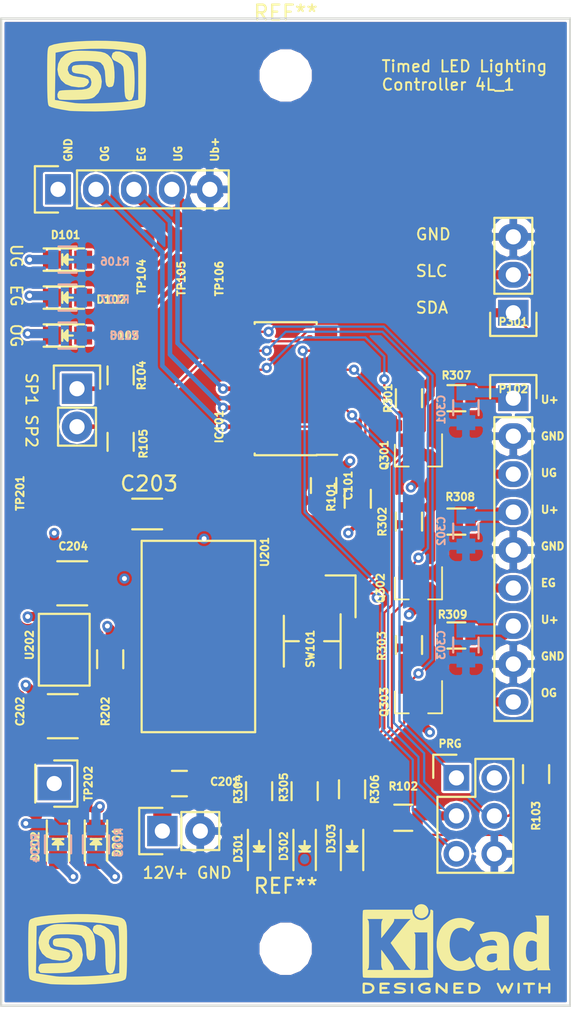
<source format=kicad_pcb>
(kicad_pcb (version 4) (host pcbnew 4.0.2-4+6225~38~ubuntu14.04.1-stable)
  (layers (0 F.Cu signal) (1 Ub+ power) (2 U+ power) (31 B.Cu signal) (34 B.Paste user) (35 F.Paste user) (36 B.SilkS user) (37 F.SilkS user) (38 B.Mask user) (39 F.Mask user) (44 Edge.Cuts user))
  (net 0 "")
  (net 1 GND)
  (net 2 "/Power System/U+In")
  (net 3 /PIR13/SIG_UG)
  (net 4 /PIR13/SIG_EG)
  (net 5 /PIR13/SIG_OG)
  (net 6 /Spare2)
  (net 7 /MOSI)
  (net 8 /Reset)
  (net 9 /MISO)
  (net 10 /SCK)
  (net 11 /Spare1)
  (net 12 /SDA)
  (net 13 /SCL)
  (net 14 /PIR13/PIR_UG)
  (net 15 /PIR13/PIR_EG)
  (net 16 /PIR13/PIR_OG)
  (net 17 "Net-(R202-Pad1)")
  (net 18 /RelayOG)
  (net 19 /RelayEG)
  (net 20 /RelayUG)
  (net 21 /PIR13/U+)
  (net 22 /PIR13/Ub+)
  (net 23 "Net-(SW101-Pad2)")
  (net 24 "Net-(SW101-Pad4)")
  (net 25 "Net-(U202-Pad4)")
  (net 26 "Net-(D101-Pad1)")
  (net 27 "Net-(D102-Pad1)")
  (net 28 "Net-(D103-Pad1)")
  (net 29 "Net-(D301-Pad2)")
  (net 30 "Net-(D302-Pad2)")
  (net 31 "Net-(D303-Pad2)")
  (net 32 "Net-(D201-Pad2)")
  (net 33 "Net-(D202-Pad2)")
  (module Measurement_Points:Measurement_Point_Round-SMD-Pad_Small (layer F.Cu) (at 161.925 32.639 270)
    (fp_text reference TP106 (at 2.54 0 270) (layer F.SilkS) (effects (font (size 0.508 0.508) (thickness 0.127))))
    (fp_text value TP_RLY_OG)
    (pad 1 smd circle (at 0 0 270) (size 1.5 1.5) (layers F.Cu F.Mask) (net 18 /RelayOG))
  )
  (module Housings_SOIC:SOIC-14_3.9x8.7mm_Pitch1.27mm (layer F.Cu) (at 166.37 42.545 180)
    (fp_text reference IC101 (at 4.445 -2.54 270) (layer F.SilkS) (effects (font (size 0.508 0.508) (thickness 0.127))))
    (fp_text value ATTINY20-X)
    (pad 1 smd rect (at -2.7 -3.81 180) (size 1.5 0.6) (layers F.Cu F.Paste F.Mask) (net 22 /PIR13/Ub+))
    (pad 2 smd rect (at -2.7 -2.54 180) (size 1.5 0.6) (layers F.Cu F.Paste F.Mask) (net 6 /Spare2))
    (pad 3 smd rect (at -2.7 -1.27 180) (size 1.5 0.6) (layers F.Cu F.Paste F.Mask) (net 7 /MOSI))
    (pad 4 smd rect (at -2.7 0 180) (size 1.5 0.6) (layers F.Cu F.Paste F.Mask) (net 8 /Reset))
    (pad 5 smd rect (at -2.7 1.27 180) (size 1.5 0.6) (layers F.Cu F.Paste F.Mask) (net 9 /MISO))
    (pad 6 smd rect (at -2.7 2.54 180) (size 1.5 0.6) (layers F.Cu F.Paste F.Mask) (net 10 /SCK))
    (pad 7 smd rect (at -2.7 3.81 180) (size 1.5 0.6) (layers F.Cu F.Paste F.Mask) (net 11 /Spare1))
    (pad 8 smd rect (at 2.7 3.81 180) (size 1.5 0.6) (layers F.Cu F.Paste F.Mask) (net 5 /PIR13/SIG_OG))
    (pad 9 smd rect (at 2.7 2.54 180) (size 1.5 0.6) (layers F.Cu F.Paste F.Mask) (net 4 /PIR13/SIG_EG))
    (pad 10 smd rect (at 2.7 1.27 180) (size 1.5 0.6) (layers F.Cu F.Paste F.Mask) (net 3 /PIR13/SIG_UG))
    (pad 11 smd rect (at 2.7 0 180) (size 1.5 0.6) (layers F.Cu F.Paste F.Mask) (net 18 /RelayOG))
    (pad 12 smd rect (at 2.7 -1.27 180) (size 1.5 0.6) (layers F.Cu F.Paste F.Mask) (net 19 /RelayEG))
    (pad 13 smd rect (at 2.7 -2.54 180) (size 1.5 0.6) (layers F.Cu F.Paste F.Mask) (net 20 /RelayUG))
    (pad 14 smd rect (at 2.7 -3.81 180) (size 1.5 0.6) (layers F.Cu F.Paste F.Mask) (net 1 GND))
  )
  (module Resistors_SMD:R_0805 (layer B.Cu) (at 151.765 33.909)
    (fp_text reference R106 (at 3.175 0.127) (layer B.SilkS) (effects (font (size 0.508 0.508) (thickness 0.127)) (justify mirror)))
    (fp_text value 660Ω)
    (pad 1 smd rect (at -0.95 0) (size 0.7 1.3) (layers B.Cu B.Paste B.Mask) (net 26 "Net-(D101-Pad1)"))
    (pad 2 smd rect (at 0.95 0) (size 0.7 1.3) (layers B.Cu B.Paste B.Mask) (net 1 GND))
  )
  (module LEDs:LED_0805 (layer F.Cu) (at 151.765 33.909)
    (fp_text reference D101 (at -0.127 -1.651) (layer F.SilkS) (effects (font (size 0.508 0.508) (thickness 0.127))))
    (fp_text value LED_UG)
    (pad 2 smd rect (at 1.04902 0 180) (size 1.19888 1.19888) (layers F.Cu F.Paste F.Mask) (net 20 /RelayUG))
    (pad 1 smd rect (at -1.04902 0 180) (size 1.19888 1.19888) (layers F.Cu F.Paste F.Mask) (net 26 "Net-(D101-Pad1)"))
  )
  (module Capacitors_SMD:C_0805 (layer F.Cu) (at 168.91 49.022 270)
    (fp_text reference C101 (at 0 -1.651 270) (layer F.SilkS) (effects (font (size 0.508 0.508) (thickness 0.127))))
    (fp_text value "100n 10V")
    (pad 1 smd rect (at -1 0 270) (size 1 1.25) (layers F.Cu F.Paste F.Mask) (net 22 /PIR13/Ub+))
    (pad 2 smd rect (at 1 0 270) (size 1 1.25) (layers F.Cu F.Paste F.Mask) (net 1 GND))
  )
  (module Capacitors_SMD:C_0805 (layer F.Cu) (at 159.258 68.961)
    (fp_text reference C201 (at 3.048 -0.127) (layer F.SilkS) (effects (font (size 0.508 0.508) (thickness 0.127))))
    (fp_text value "0.1μF 50V")
    (pad 1 smd rect (at -1 0) (size 1 1.25) (layers F.Cu F.Paste F.Mask) (net 2 "/Power System/U+In"))
    (pad 2 smd rect (at 1 0) (size 1 1.25) (layers F.Cu F.Paste F.Mask) (net 1 GND))
  )
  (module Capacitors_SMD:C_1210 (layer F.Cu) (at 151.4475 64.4525)
    (fp_text reference C202 (at -2.8575 -0.3175 90) (layer F.SilkS) (effects (font (size 0.508 0.508) (thickness 0.127))))
    (fp_text value "1μF 25V")
    (pad 1 smd rect (at -1.5 0) (size 1 2.5) (layers F.Cu F.Paste F.Mask) (net 21 /PIR13/U+))
    (pad 2 smd rect (at 1.5 0) (size 1 2.5) (layers F.Cu F.Paste F.Mask) (net 1 GND))
  )
  (module Capacitors_SMD:C_1210 (layer F.Cu) (at 152.0825 55.5625)
    (fp_text reference C204 (at 0.0635 -2.4765) (layer F.SilkS) (effects (font (size 0.508 0.508) (thickness 0.127))))
    (fp_text value "1μF 16V")
    (pad 1 smd rect (at -1.5 0) (size 1 2.5) (layers F.Cu F.Paste F.Mask) (net 22 /PIR13/Ub+))
    (pad 2 smd rect (at 1.5 0) (size 1 2.5) (layers F.Cu F.Paste F.Mask) (net 1 GND))
  )
  (module Capacitors_SMD:C_0805 (layer B.Cu) (at 178.435 43.815 90)
    (fp_text reference C301 (at -0.127 -1.651 90) (layer B.SilkS) (effects (font (size 0.508 0.508) (thickness 0.127)) (justify mirror)))
    (fp_text value "100nF 50V")
    (pad 1 smd rect (at -1 0 90) (size 1 1.25) (layers B.Cu B.Paste B.Mask) (net 1 GND))
    (pad 2 smd rect (at 1 0 90) (size 1 1.25) (layers B.Cu B.Paste B.Mask) (net 21 /PIR13/U+))
  )
  (module Capacitors_SMD:C_0805 (layer B.Cu) (at 178.435 52.07 90)
    (fp_text reference C302 (at 0 -1.651 90) (layer B.SilkS) (effects (font (size 0.508 0.508) (thickness 0.127)) (justify mirror)))
    (fp_text value "100nF 50V")
    (pad 1 smd rect (at -1 0 90) (size 1 1.25) (layers B.Cu B.Paste B.Mask) (net 1 GND))
    (pad 2 smd rect (at 1 0 90) (size 1 1.25) (layers B.Cu B.Paste B.Mask) (net 21 /PIR13/U+))
  )
  (module Capacitors_SMD:C_0805 (layer B.Cu) (at 178.435 59.69 90)
    (fp_text reference C303 (at 0 -1.651 90) (layer B.SilkS) (effects (font (size 0.508 0.508) (thickness 0.127)) (justify mirror)))
    (fp_text value "100nF 50V")
    (pad 1 smd rect (at -1 0 90) (size 1 1.25) (layers B.Cu B.Paste B.Mask) (net 1 GND))
    (pad 2 smd rect (at 1 0 90) (size 1 1.25) (layers B.Cu B.Paste B.Mask) (net 21 /PIR13/U+))
  )
  (module LEDs:LED_0805 (layer F.Cu) (at 153.67 73.025 270)
    (fp_text reference D201 (at -0.127 -1.397 270) (layer F.SilkS) (effects (font (size 0.508 0.508) (thickness 0.127))))
    (fp_text value 12VDC)
    (pad 2 smd rect (at 1.04902 0 90) (size 1.19888 1.19888) (layers F.Cu F.Paste F.Mask) (net 32 "Net-(D201-Pad2)"))
    (pad 1 smd rect (at -1.04902 0 90) (size 1.19888 1.19888) (layers F.Cu F.Paste F.Mask) (net 1 GND))
  )
  (module LEDs:LED_0805 (layer F.Cu) (at 151.13 73.025 270)
    (fp_text reference D202 (at 0.127 1.524 270) (layer F.SilkS) (effects (font (size 0.508 0.508) (thickness 0.127))))
    (fp_text value 3V3DC)
    (pad 2 smd rect (at 1.04902 0 90) (size 1.19888 1.19888) (layers F.Cu F.Paste F.Mask) (net 33 "Net-(D202-Pad2)"))
    (pad 1 smd rect (at -1.04902 0 90) (size 1.19888 1.19888) (layers F.Cu F.Paste F.Mask) (net 1 GND))
  )
  (module LEDs:LED_0805 (layer F.Cu) (at 164.592 73.152 90)
    (fp_text reference D301 (at -0.127 -1.397 90) (layer F.SilkS) (effects (font (size 0.508 0.508) (thickness 0.127))))
    (fp_text value LED__SIG_UG)
    (pad 2 smd rect (at 1.04902 0 270) (size 1.19888 1.19888) (layers F.Cu F.Paste F.Mask) (net 29 "Net-(D301-Pad2)"))
    (pad 1 smd rect (at -1.04902 0 270) (size 1.19888 1.19888) (layers F.Cu F.Paste F.Mask) (net 1 GND))
  )
  (module LEDs:LED_0805 (layer F.Cu) (at 167.64 73.152 90)
    (fp_text reference D302 (at 0 -1.397 90) (layer F.SilkS) (effects (font (size 0.508 0.508) (thickness 0.127))))
    (fp_text value LED__SIG_EG)
    (pad 2 smd rect (at 1.04902 0 270) (size 1.19888 1.19888) (layers F.Cu F.Paste F.Mask) (net 30 "Net-(D302-Pad2)"))
    (pad 1 smd rect (at -1.04902 0 270) (size 1.19888 1.19888) (layers F.Cu F.Paste F.Mask) (net 1 GND))
  )
  (module LEDs:LED_0805 (layer F.Cu) (at 170.815 73.152 90)
    (fp_text reference D303 (at 0.508 -1.397 90) (layer F.SilkS) (effects (font (size 0.508 0.508) (thickness 0.127))))
    (fp_text value LED__SIG_OG)
    (pad 2 smd rect (at 1.04902 0 270) (size 1.19888 1.19888) (layers F.Cu F.Paste F.Mask) (net 31 "Net-(D303-Pad2)"))
    (pad 1 smd rect (at -1.04902 0 270) (size 1.19888 1.19888) (layers F.Cu F.Paste F.Mask) (net 1 GND))
  )
  (module Pin_Headers:Pin_Header_Straight_1x02 (layer F.Cu) (at 158.115 72.136 90)
    (fp_text reference P101 hide)
    (fp_text value 12VDC)
    (pad 1 thru_hole rect (at 0 0 90) (size 2.032 2.032) (drill 1.016) (layers *.Cu *.Mask) (net 2 "/Power System/U+In"))
    (pad 2 thru_hole oval (at 0 2.54 90) (size 2.032 2.032) (drill 1.016) (layers *.Cu *.Mask) (net 1 GND))
  )
  (module Pin_Headers:Pin_Header_Straight_1x03 (layer F.Cu) (at 181.61 37.465 180)
    (fp_text reference P102 (at 0 -5.1 180) (layer F.SilkS) (effects (font (size 0.508 0.508) (thickness 0.127))))
    (fp_text value "I2C Master")
    (pad 1 thru_hole rect (at 0 0 180) (size 2.032 1.7272) (drill 1.016) (layers *.Cu *.Mask) (net 12 /SDA))
    (pad 2 thru_hole oval (at 0 2.54 180) (size 2.032 1.7272) (drill 1.016) (layers *.Cu *.Mask) (net 13 /SCL))
    (pad 3 thru_hole oval (at 0 5.08 180) (size 2.032 1.7272) (drill 1.016) (layers *.Cu *.Mask) (net 1 GND))
  )
  (module Pin_Headers:Pin_Header_Straight_1x02 (layer F.Cu) (at 152.4 42.545)
    (fp_text reference P103 hide)
    (fp_text value Spare)
    (pad 1 thru_hole rect (at 0 0) (size 2.032 2.032) (drill 1.016) (layers *.Cu *.Mask) (net 11 /Spare1))
    (pad 2 thru_hole oval (at 0 2.54) (size 2.032 2.032) (drill 1.016) (layers *.Cu *.Mask) (net 6 /Spare2))
  )
  (module Pin_Headers:Pin_Header_Straight_2x03 (layer F.Cu) (at 177.8 68.58)
    (fp_text reference P104 hide)
    (fp_text value "ISP Header")
    (pad 1 thru_hole rect (at 0 0) (size 1.7272 1.7272) (drill 1.016) (layers *.Cu *.Mask) (net 9 /MISO))
    (pad 2 thru_hole oval (at 2.54 0) (size 1.7272 1.7272) (drill 1.016) (layers *.Cu *.Mask) (net 22 /PIR13/Ub+))
    (pad 3 thru_hole oval (at 0 2.54) (size 1.7272 1.7272) (drill 1.016) (layers *.Cu *.Mask) (net 10 /SCK))
    (pad 4 thru_hole oval (at 2.54 2.54) (size 1.7272 1.7272) (drill 1.016) (layers *.Cu *.Mask) (net 7 /MOSI))
    (pad 5 thru_hole oval (at 0 5.08) (size 1.7272 1.7272) (drill 1.016) (layers *.Cu *.Mask) (net 8 /Reset))
    (pad 6 thru_hole oval (at 2.54 5.08) (size 1.7272 1.7272) (drill 1.016) (layers *.Cu *.Mask) (net 1 GND))
  )
  (module Pin_Headers:Pin_Header_Straight_1x05 (layer F.Cu) (at 151.13 29.21 90)
    (fp_text reference P105 hide)
    (fp_text value LED_DRIVER)
    (pad 1 thru_hole rect (at 0 0 90) (size 2.032 1.7272) (drill 1.016) (layers *.Cu *.Mask) (net 22 /PIR13/Ub+))
    (pad 2 thru_hole oval (at 0 2.54 90) (size 2.032 1.7272) (drill 1.016) (layers *.Cu *.Mask) (net 20 /RelayUG))
    (pad 3 thru_hole oval (at 0 5.08 90) (size 2.032 1.7272) (drill 1.016) (layers *.Cu *.Mask) (net 19 /RelayEG))
    (pad 4 thru_hole oval (at 0 7.62 90) (size 2.032 1.7272) (drill 1.016) (layers *.Cu *.Mask) (net 18 /RelayOG))
    (pad 5 thru_hole oval (at 0 10.16 90) (size 2.032 1.7272) (drill 1.016) (layers *.Cu *.Mask) (net 1 GND))
  )
  (module Pin_Headers:Pin_Header_Straight_1x09 (layer F.Cu) (at 181.61 43.18)
    (fp_text reference P301 (at 0 -5.1) (layer F.SilkS) (effects (font (size 0.508 0.508) (thickness 0.127))))
    (fp_text value PIR13)
    (pad 1 thru_hole rect (at 0 0) (size 2.032 1.7272) (drill 1.016) (layers *.Cu *.Mask) (net 21 /PIR13/U+))
    (pad 2 thru_hole oval (at 0 2.54) (size 2.032 1.7272) (drill 1.016) (layers *.Cu *.Mask) (net 1 GND))
    (pad 3 thru_hole oval (at 0 5.08) (size 2.032 1.7272) (drill 1.016) (layers *.Cu *.Mask) (net 14 /PIR13/PIR_UG))
    (pad 4 thru_hole oval (at 0 7.62) (size 2.032 1.7272) (drill 1.016) (layers *.Cu *.Mask) (net 21 /PIR13/U+))
    (pad 5 thru_hole oval (at 0 10.16) (size 2.032 1.7272) (drill 1.016) (layers *.Cu *.Mask) (net 1 GND))
    (pad 6 thru_hole oval (at 0 12.7) (size 2.032 1.7272) (drill 1.016) (layers *.Cu *.Mask) (net 15 /PIR13/PIR_EG))
    (pad 7 thru_hole oval (at 0 15.24) (size 2.032 1.7272) (drill 1.016) (layers *.Cu *.Mask) (net 21 /PIR13/U+))
    (pad 8 thru_hole oval (at 0 17.78) (size 2.032 1.7272) (drill 1.016) (layers *.Cu *.Mask) (net 1 GND))
    (pad 9 thru_hole oval (at 0 20.32) (size 2.032 1.7272) (drill 1.016) (layers *.Cu *.Mask) (net 16 /PIR13/PIR_OG))
  )
  (module TO_SOT_Packages_SMD:SOT-23 (layer F.Cu) (at 175.26 46.99 270)
    (fp_text reference Q301 (at 0 2.286 270) (layer F.SilkS) (effects (font (size 0.508 0.508) (thickness 0.127))))
    (fp_text value IRLML2502)
    (pad 1 smd rect (at -1 -0.95 270) (size 0.9 0.8) (layers F.Cu F.Paste F.Mask) (net 14 /PIR13/PIR_UG))
    (pad 2 smd rect (at -1 0.95 270) (size 0.9 0.8) (layers F.Cu F.Paste F.Mask) (net 3 /PIR13/SIG_UG))
    (pad 3 smd rect (at 1 0 270) (size 0.9 0.8) (layers F.Cu F.Paste F.Mask) (net 22 /PIR13/Ub+))
  )
  (module TO_SOT_Packages_SMD:SOT-23 (layer F.Cu) (at 175.26 55.88 270)
    (fp_text reference Q302 (at 0 2.54 270) (layer F.SilkS) (effects (font (size 0.508 0.508) (thickness 0.127))))
    (fp_text value IRLML2502)
    (pad 1 smd rect (at -1 -0.95 270) (size 0.9 0.8) (layers F.Cu F.Paste F.Mask) (net 15 /PIR13/PIR_EG))
    (pad 2 smd rect (at -1 0.95 270) (size 0.9 0.8) (layers F.Cu F.Paste F.Mask) (net 4 /PIR13/SIG_EG))
    (pad 3 smd rect (at 1 0 270) (size 0.9 0.8) (layers F.Cu F.Paste F.Mask) (net 22 /PIR13/Ub+))
  )
  (module TO_SOT_Packages_SMD:SOT-23 (layer F.Cu) (at 175.26 63.5 270)
    (fp_text reference Q303 (at 0 2.286 270) (layer F.SilkS) (effects (font (size 0.508 0.508) (thickness 0.127))))
    (fp_text value IRLML2502)
    (pad 1 smd rect (at -1 -0.95 270) (size 0.9 0.8) (layers F.Cu F.Paste F.Mask) (net 16 /PIR13/PIR_OG))
    (pad 2 smd rect (at -1 0.95 270) (size 0.9 0.8) (layers F.Cu F.Paste F.Mask) (net 5 /PIR13/SIG_OG))
    (pad 3 smd rect (at 1 0 270) (size 0.9 0.8) (layers F.Cu F.Paste F.Mask) (net 22 /PIR13/Ub+))
  )
  (module Resistors_SMD:R_0805 (layer F.Cu) (at 171.196 49.911 270)
    (fp_text reference R101 (at -0.127 1.778 270) (layer F.SilkS) (effects (font (size 0.508 0.508) (thickness 0.127))))
    (fp_text value 10kΩ)
    (pad 1 smd rect (at -0.95 0 270) (size 0.7 1.3) (layers F.Cu F.Paste F.Mask) (net 8 /Reset))
    (pad 2 smd rect (at 0.95 0 270) (size 0.7 1.3) (layers F.Cu F.Paste F.Mask) (net 22 /PIR13/Ub+))
  )
  (module Resistors_SMD:R_0805 (layer F.Cu) (at 174.244 71.247)
    (fp_text reference R102 (at 0 -2.1) (layer F.SilkS) (effects (font (size 0.508 0.508) (thickness 0.127))))
    (fp_text value 330Ω)
    (pad 1 smd rect (at -0.95 0) (size 0.7 1.3) (layers F.Cu F.Paste F.Mask) (net 13 /SCL))
    (pad 2 smd rect (at 0.95 0) (size 0.7 1.3) (layers F.Cu F.Paste F.Mask) (net 10 /SCK))
  )
  (module Resistors_SMD:R_0805 (layer F.Cu) (at 183.134 68.326 270)
    (fp_text reference R103 (at 2.794 0 270) (layer F.SilkS) (effects (font (size 0.508 0.508) (thickness 0.127))))
    (fp_text value 330Ω)
    (pad 1 smd rect (at -0.95 0 270) (size 0.7 1.3) (layers F.Cu F.Paste F.Mask) (net 12 /SDA))
    (pad 2 smd rect (at 0.95 0 270) (size 0.7 1.3) (layers F.Cu F.Paste F.Mask) (net 7 /MOSI))
  )
  (module Resistors_SMD:R_0805 (layer F.Cu) (at 155.321 41.656 270)
    (fp_text reference R104 (at 0 -1.397 270) (layer F.SilkS) (effects (font (size 0.508 0.508) (thickness 0.127))))
    (fp_text value NOPOP)
    (pad 1 smd rect (at -0.95 0 270) (size 0.7 1.3) (layers F.Cu F.Paste F.Mask) (net 1 GND))
    (pad 2 smd rect (at 0.95 0 270) (size 0.7 1.3) (layers F.Cu F.Paste F.Mask) (net 11 /Spare1))
  )
  (module Resistors_SMD:R_0805 (layer F.Cu) (at 155.321 46.101 90)
    (fp_text reference R105 (at -0.127 1.524 90) (layer F.SilkS) (effects (font (size 0.508 0.508) (thickness 0.127))))
    (fp_text value NOPOP)
    (pad 1 smd rect (at -0.95 0 90) (size 0.7 1.3) (layers F.Cu F.Paste F.Mask) (net 1 GND))
    (pad 2 smd rect (at 0.95 0 90) (size 0.7 1.3) (layers F.Cu F.Paste F.Mask) (net 6 /Spare2))
  )
  (module Resistors_SMD:R_0805 (layer F.Cu) (at 154.6225 60.6425 90)
    (fp_text reference R202 (at -3.4925 -0.3175 90) (layer F.SilkS) (effects (font (size 0.508 0.508) (thickness 0.127))))
    (fp_text value 0Ω)
    (pad 1 smd rect (at -0.95 0 90) (size 0.7 1.3) (layers F.Cu F.Paste F.Mask) (net 17 "Net-(R202-Pad1)"))
    (pad 2 smd rect (at 0.95 0 90) (size 0.7 1.3) (layers F.Cu F.Paste F.Mask) (net 21 /PIR13/U+))
  )
  (module Resistors_SMD:R_0805 (layer B.Cu) (at 153.67 73.025 270)
    (fp_text reference R203 (at -0.127 -1.524 270) (layer B.SilkS) (effects (font (size 0.508 0.508) (thickness 0.127)) (justify mirror)))
    (fp_text value 2k4Ω)
    (pad 1 smd rect (at -0.95 0 270) (size 0.7 1.3) (layers B.Cu B.Paste B.Mask) (net 21 /PIR13/U+))
    (pad 2 smd rect (at 0.95 0 270) (size 0.7 1.3) (layers B.Cu B.Paste B.Mask) (net 32 "Net-(D201-Pad2)"))
  )
  (module Resistors_SMD:R_0805 (layer B.Cu) (at 151.13 73.025 270)
    (fp_text reference R204 (at 0.254 1.524 270) (layer B.SilkS) (effects (font (size 0.508 0.508) (thickness 0.127)) (justify mirror)))
    (fp_text value 660Ω)
    (pad 1 smd rect (at -0.95 0 270) (size 0.7 1.3) (layers B.Cu B.Paste B.Mask) (net 22 /PIR13/Ub+))
    (pad 2 smd rect (at 0.95 0 270) (size 0.7 1.3) (layers B.Cu B.Paste B.Mask) (net 33 "Net-(D202-Pad2)"))
  )
  (module Resistors_SMD:R_0805 (layer F.Cu) (at 174.625 43.18 270)
    (fp_text reference R301 (at 0 1.397 270) (layer F.SilkS) (effects (font (size 0.508 0.508) (thickness 0.127))))
    (fp_text value 1kΩ)
    (pad 1 smd rect (at -0.95 0 270) (size 0.7 1.3) (layers F.Cu F.Paste F.Mask) (net 1 GND))
    (pad 2 smd rect (at 0.95 0 270) (size 0.7 1.3) (layers F.Cu F.Paste F.Mask) (net 3 /PIR13/SIG_UG))
  )
  (module Resistors_SMD:R_0805 (layer F.Cu) (at 174.625 51.435 270)
    (fp_text reference R302 (at 0.01016 1.78308 270) (layer F.SilkS) (effects (font (size 0.508 0.508) (thickness 0.127))))
    (fp_text value 1kΩ)
    (pad 1 smd rect (at -0.95 0 270) (size 0.7 1.3) (layers F.Cu F.Paste F.Mask) (net 1 GND))
    (pad 2 smd rect (at 0.95 0 270) (size 0.7 1.3) (layers F.Cu F.Paste F.Mask) (net 4 /PIR13/SIG_EG))
  )
  (module Resistors_SMD:R_0805 (layer F.Cu) (at 174.625 59.69 270)
    (fp_text reference R303 (at 0.06604 1.82372 270) (layer F.SilkS) (effects (font (size 0.508 0.508) (thickness 0.127))))
    (fp_text value 1kΩ)
    (pad 1 smd rect (at -0.95 0 270) (size 0.7 1.3) (layers F.Cu F.Paste F.Mask) (net 1 GND))
    (pad 2 smd rect (at 0.95 0 270) (size 0.7 1.3) (layers F.Cu F.Paste F.Mask) (net 5 /PIR13/SIG_OG))
  )
  (module Resistors_SMD:R_0805 (layer F.Cu) (at 164.592 69.469 90)
    (fp_text reference R304 (at 0.127 -1.397 90) (layer F.SilkS) (effects (font (size 0.508 0.508) (thickness 0.127))))
    (fp_text value 660Ω)
    (pad 1 smd rect (at -0.95 0 90) (size 0.7 1.3) (layers F.Cu F.Paste F.Mask) (net 29 "Net-(D301-Pad2)"))
    (pad 2 smd rect (at 0.95 0 90) (size 0.7 1.3) (layers F.Cu F.Paste F.Mask) (net 3 /PIR13/SIG_UG))
  )
  (module Resistors_SMD:R_0805 (layer F.Cu) (at 167.64 69.469 90)
    (fp_text reference R305 (at 0.254 -1.397 90) (layer F.SilkS) (effects (font (size 0.508 0.508) (thickness 0.127))))
    (fp_text value 660Ω)
    (pad 1 smd rect (at -0.95 0 90) (size 0.7 1.3) (layers F.Cu F.Paste F.Mask) (net 30 "Net-(D302-Pad2)"))
    (pad 2 smd rect (at 0.95 0 90) (size 0.7 1.3) (layers F.Cu F.Paste F.Mask) (net 4 /PIR13/SIG_EG))
  )
  (module Resistors_SMD:R_0805 (layer F.Cu) (at 170.815 69.342 90)
    (fp_text reference R306 (at 0 1.524 90) (layer F.SilkS) (effects (font (size 0.508 0.508) (thickness 0.127))))
    (fp_text value 660Ω)
    (pad 1 smd rect (at -0.95 0 90) (size 0.7 1.3) (layers F.Cu F.Paste F.Mask) (net 31 "Net-(D303-Pad2)"))
    (pad 2 smd rect (at 0.95 0 90) (size 0.7 1.3) (layers F.Cu F.Paste F.Mask) (net 5 /PIR13/SIG_OG))
  )
  (module Resistors_SMD:R_0805 (layer F.Cu) (at 177.8 43.18)
    (fp_text reference R307 (at 0 -1.524) (layer F.SilkS) (effects (font (size 0.508 0.508) (thickness 0.127))))
    (fp_text value 10kΩ)
    (pad 1 smd rect (at -0.95 0) (size 0.7 1.3) (layers F.Cu F.Paste F.Mask) (net 14 /PIR13/PIR_UG))
    (pad 2 smd rect (at 0.95 0) (size 0.7 1.3) (layers F.Cu F.Paste F.Mask) (net 21 /PIR13/U+))
  )
  (module Resistors_SMD:R_0805 (layer F.Cu) (at 177.8 51.435)
    (fp_text reference R308 (at 0.254 -1.651) (layer F.SilkS) (effects (font (size 0.508 0.508) (thickness 0.127))))
    (fp_text value 10kΩ)
    (pad 1 smd rect (at -0.95 0) (size 0.7 1.3) (layers F.Cu F.Paste F.Mask) (net 15 /PIR13/PIR_EG))
    (pad 2 smd rect (at 0.95 0) (size 0.7 1.3) (layers F.Cu F.Paste F.Mask) (net 21 /PIR13/U+))
  )
  (module Resistors_SMD:R_0805 (layer F.Cu) (at 177.8 59.055)
    (fp_text reference R309 (at -0.254 -1.397) (layer F.SilkS) (effects (font (size 0.508 0.508) (thickness 0.127))))
    (fp_text value 10kΩ)
    (pad 1 smd rect (at -0.95 0) (size 0.7 1.3) (layers F.Cu F.Paste F.Mask) (net 16 /PIR13/PIR_OG))
    (pad 2 smd rect (at 0.95 0) (size 0.7 1.3) (layers F.Cu F.Paste F.Mask) (net 21 /PIR13/U+))
  )
  (module tl2c-footprint:PTS525SM15SMTR2LFS (layer F.Cu) (at 168.148 59.436 270)
    (fp_text reference SW101 (at 0.508 0.127 270) (layer F.SilkS) (effects (font (size 0.508 0.508) (thickness 0.127))))
    (fp_text value TL3315NF160Q hide)
    (pad 1 smd rect (at -3.2 -1.9 270) (size 1.6 1) (layers F.Cu F.Paste F.Mask) (net 8 /Reset))
    (pad 2 smd rect (at 3.2 -1.9 270) (size 1.6 1) (layers F.Cu F.Paste F.Mask) (net 23 "Net-(SW101-Pad2)"))
    (pad 3 smd rect (at -3.2 1.9 270) (size 1.6 1) (layers F.Cu F.Paste F.Mask) (net 1 GND))
    (pad 4 smd rect (at 3.2 1.9 270) (size 1.6 1) (layers F.Cu F.Paste F.Mask) (net 24 "Net-(SW101-Pad4)"))
  )
  (module Measurement_Points:Measurement_Point_Round-SMD-Pad_Small (layer F.Cu) (at 178.435 32.385 180)
    (fp_text reference TP101 hide)
    (fp_text value TPGND)
    (pad 1 smd circle (at 0 0 180) (size 1.5 1.5) (layers F.Cu F.Mask) (net 1 GND))
  )
  (module Measurement_Points:Measurement_Point_Round-SMD-Pad_Small (layer F.Cu) (at 178.435 34.925 180)
    (fp_text reference TP102 hide)
    (fp_text value TPSCL)
    (pad 1 smd circle (at 0 0 180) (size 1.5 1.5) (layers F.Cu F.Mask) (net 13 /SCL))
  )
  (module Measurement_Points:Measurement_Point_Round-SMD-Pad_Small (layer F.Cu) (at 178.435 37.465 180)
    (fp_text reference TP103 hide)
    (fp_text value TPSDA)
    (pad 1 smd circle (at 0 0 180) (size 1.5 1.5) (layers F.Cu F.Mask) (net 12 /SDA))
  )
  (module Measurement_Points:Measurement_Point_Round-SMD-Pad_Small (layer F.Cu) (at 148.844 51.816 90)
    (fp_text reference TP201 (at 2.286 -0.254 90) (layer F.SilkS) (effects (font (size 0.508 0.508) (thickness 0.127))))
    (fp_text value TP3V3)
    (pad 1 smd circle (at 0 0 90) (size 1.5 1.5) (layers F.Cu F.Mask) (net 22 /PIR13/Ub+))
  )
  (module Measurement_Points:Measurement_Point_Round-SMD-Pad_Small (layer F.Cu) (at 178.435 48.26)
    (fp_text reference TP301 hide)
    (fp_text value TP_UG)
    (pad 1 smd circle (at 0 0) (size 1.5 1.5) (layers F.Cu F.Mask) (net 14 /PIR13/PIR_UG))
  )
  (module Measurement_Points:Measurement_Point_Round-SMD-Pad_Small (layer F.Cu) (at 178.435 55.88)
    (fp_text reference TP302 hide)
    (fp_text value TP_EG)
    (pad 1 smd circle (at 0 0) (size 1.5 1.5) (layers F.Cu F.Mask) (net 15 /PIR13/PIR_EG))
  )
  (module Measurement_Points:Measurement_Point_Round-SMD-Pad_Small (layer F.Cu) (at 178.435 63.5)
    (fp_text reference TP303 hide)
    (fp_text value TP_EG)
    (pad 1 smd circle (at 0 0) (size 1.5 1.5) (layers F.Cu F.Mask) (net 16 /PIR13/PIR_OG))
  )
  (module tl2c-footprint:LF120ABDT-TR (layer F.Cu) (at 160.528 61.722 90)
    (fp_text reference U201 (at 8.255 4.445 90) (layer F.SilkS) (effects (font (size 0.508 0.508) (thickness 0.127))))
    (fp_text value LF120ABDT-TR)
    (pad 1 smd rect (at 0 0 90) (size 6.7 6.7) (layers F.Cu F.Paste F.Mask) (net 2 "/Power System/U+In"))
    (pad 2 smd rect (at 6.65 -2.3 90) (size 3 1.6) (layers F.Cu F.Paste F.Mask) (net 21 /PIR13/U+))
    (pad 3 smd rect (at 6.65 2.3 90) (size 3 1.6) (layers F.Cu F.Paste F.Mask) (net 1 GND))
  )
  (module tl2c-footprint:TPS70933DBVR (layer F.Cu) (at 151.4475 60.0075)
    (fp_text reference U202 (at -2.2225 -0.3175 90) (layer F.SilkS) (effects (font (size 0.508 0.508) (thickness 0.127))))
    (fp_text value TPS70933)
    (pad 5 smd rect (at -0.95 -1.35) (size 0.74 1.19) (layers F.Cu F.Paste F.Mask) (net 22 /PIR13/Ub+))
    (pad 4 smd rect (at 0.95 -1.35) (size 0.74 1.19) (layers F.Cu F.Paste F.Mask) (net 25 "Net-(U202-Pad4)"))
    (pad 2 smd rect (at 0 1.35) (size 0.74 1.19) (layers F.Cu F.Paste F.Mask) (net 1 GND))
    (pad 1 smd rect (at -0.95 1.35) (size 0.74 1.19) (layers F.Cu F.Paste F.Mask) (net 21 /PIR13/U+))
    (pad 3 smd rect (at 0.95 1.35) (size 0.74 1.19) (layers F.Cu F.Paste F.Mask) (net 17 "Net-(R202-Pad1)"))
  )
  (module LEDs:LED_0805 (layer F.Cu) (at 151.765 36.449)
    (fp_text reference D102 (at 2.921 0.127) (layer F.SilkS) (effects (font (size 0.508 0.508) (thickness 0.127))))
    (fp_text value LED_EG)
    (pad 2 smd rect (at 1.04902 0 180) (size 1.19888 1.19888) (layers F.Cu F.Paste F.Mask) (net 19 /RelayEG))
    (pad 1 smd rect (at -1.04902 0 180) (size 1.19888 1.19888) (layers F.Cu F.Paste F.Mask) (net 27 "Net-(D102-Pad1)"))
  )
  (module LEDs:LED_0805 (layer F.Cu) (at 151.765 38.989)
    (fp_text reference D103 (at 3.81 0) (layer F.SilkS) (effects (font (size 0.508 0.508) (thickness 0.127))))
    (fp_text value LED_OG)
    (pad 2 smd rect (at 1.04902 0 180) (size 1.19888 1.19888) (layers F.Cu F.Paste F.Mask) (net 18 /RelayOG))
    (pad 1 smd rect (at -1.04902 0 180) (size 1.19888 1.19888) (layers F.Cu F.Paste F.Mask) (net 28 "Net-(D103-Pad1)"))
  )
  (module Resistors_SMD:R_0805 (layer B.Cu) (at 151.765 36.449)
    (fp_text reference R107 (at 3.175 0.127) (layer B.SilkS) (effects (font (size 0.508 0.508) (thickness 0.127)) (justify mirror)))
    (fp_text value 660Ω)
    (pad 1 smd rect (at -0.95 0) (size 0.7 1.3) (layers B.Cu B.Paste B.Mask) (net 27 "Net-(D102-Pad1)"))
    (pad 2 smd rect (at 0.95 0) (size 0.7 1.3) (layers B.Cu B.Paste B.Mask) (net 1 GND))
  )
  (module Resistors_SMD:R_0805 (layer B.Cu) (at 151.765 38.989)
    (fp_text reference R108 (at 3.81 0) (layer B.SilkS) (effects (font (size 0.508 0.508) (thickness 0.127)) (justify mirror)))
    (fp_text value 660Ω)
    (pad 1 smd rect (at -0.95 0) (size 0.7 1.3) (layers B.Cu B.Paste B.Mask) (net 28 "Net-(D103-Pad1)"))
    (pad 2 smd rect (at 0.95 0) (size 0.7 1.3) (layers B.Cu B.Paste B.Mask) (net 1 GND))
  )
  (module Pin_Headers:Pin_Header_Straight_1x01 (layer F.Cu) (at 150.876 68.961 270)
    (fp_text reference TP202 (at 0 -2.286 270) (layer F.SilkS) (effects (font (size 0.508 0.508) (thickness 0.127))))
    (fp_text value TP12V)
    (pad 1 thru_hole rect (at 0 0 270) (size 2.2352 2.2352) (drill 1.016) (layers *.Cu *.Mask) (net 21 /PIR13/U+))
  )
  (module Measurement_Points:Measurement_Point_Round-SMD-Pad_Small (layer F.Cu) (at 156.845 32.639 270)
    (fp_text reference TP104 (at 2.413 0.127 270) (layer F.SilkS) (effects (font (size 0.508 0.508) (thickness 0.127))))
    (fp_text value TP_RLY_UG)
    (pad 1 smd circle (at 0 0 270) (size 1.5 1.5) (layers F.Cu F.Mask) (net 20 /RelayUG))
  )
  (module Measurement_Points:Measurement_Point_Round-SMD-Pad_Small (layer F.Cu) (at 159.385 32.639 270)
    (fp_text reference TP105 (at 2.54 0 270) (layer F.SilkS) (effects (font (size 0.508 0.508) (thickness 0.127))))
    (fp_text value TP_RLY_EG)
    (pad 1 smd circle (at 0 0 270) (size 1.5 1.5) (layers F.Cu F.Mask) (net 19 /RelayEG))
  )
  (module tl2c-footprint:MyBasic_rounded_50_1 (layer F.Cu) (at 153.67 21.59)
    (fp_text reference G*** hide)
    (fp_text value LOGO hide)
  )
  (module Capacitors_SMD:C_1206 (layer F.Cu) (at 157.099 50.927 180)
    (fp_text reference C203 (at -0.127 2.032 180) (layer F.SilkS))
    (fp_text value "2.2μF 50V")
    (pad 1 smd rect (at -1.5 0 180) (size 1 1.6) (layers F.Cu F.Paste F.Mask) (net 21 /PIR13/U+))
    (pad 2 smd rect (at 1.5 0 180) (size 1 1.6) (layers F.Cu F.Paste F.Mask) (net 1 GND))
  )
  (module Mounting_Holes:MountingHole_3.2mm_M3 (layer F.Cu) (at 166.37 21.59)
    (fp_text reference REF** (at 0 -4.2) (layer F.SilkS))
    (fp_text value MountingHole_3.2mm_M3)
    (pad 1 np_thru_hole circle (at 0 0) (size 3.2 3.2) (drill 3.2) (layers *.Cu *.Mask))
  )
  (module Mounting_Holes:MountingHole_3.2mm_M3 (layer F.Cu) (at 166.37 80.01)
    (fp_text reference REF** (at 0 -4.2) (layer F.SilkS))
    (fp_text value MountingHole_3.2mm_M3)
    (pad 1 np_thru_hole circle (at 0 0) (size 3.2 3.2) (drill 3.2) (layers *.Cu *.Mask))
  )
  (module Symbols:KiCad-Logo2_6mm_SilkScreen (layer F.Cu) (at 177.8 80.01)
    (fp_text reference REF*** hide)
    (fp_text value KiCad-Logo2_6mm_SilkScreen hide)
  )
  (module tl2c-footprint:MyBasic_rounded_50_1 (layer F.Cu) (at 152.4 80.01)
    (fp_text reference G*** hide)
    (fp_text value LOGO hide)
  )
  (gr_text "Timed LED Lighting \nController 4L_1" (at 172.72 21.59) (layer F.SilkS) (effects (font (size 0.762 0.762) (thickness 0.127)) (justify left)))
  (gr_text PRG (at 176.53 66.294) (layer F.SilkS) (effects (font (size 0.508 0.508) (thickness 0.127)) (justify left)))
  (gr_text "UG  EG  OG" (at 148.336 36.322 270) (layer F.SilkS) (effects (font (size 0.762 0.762) (thickness 0.127))))
  (gr_text "GND \n\n\nOG  \n\n\nEG  \n\n\nUG  \n\n\nUb+" (at 156.718 27.432 90) (layer F.SilkS) (effects (font (size 0.508 0.508) (thickness 0.127)) (justify left)))
  (gr_text "12V+ GND" (at 156.718 74.93) (layer F.SilkS) (effects (font (size 0.762 0.762) (thickness 0.127)) (justify left)))
  (gr_text "SP1 SP2" (at 149.352 41.402 270) (layer F.SilkS) (effects (font (size 0.762 0.762) (thickness 0.127)) (justify left)))
  (gr_text "U+\n\n\nGND\n\n\nUG\n\n\nU+\n\n\nGND\n\n\nEG\n\n\nU+\n\n\nGND\n\n\nOG\n" (at 183.388 53.086) (layer F.SilkS) (effects (font (size 0.508 0.508) (thickness 0.127)) (justify left)))
  (gr_text "GND\n\nSLC\n\nSDA" (at 175.006 34.671) (layer F.SilkS) (effects (font (size 0.762 0.762) (thickness 0.127)) (justify left)))
  (gr_line (start 147.32 17.78) (end 147.32 83.82) (angle 90) (layer Edge.Cuts) (width 0.15))
  (gr_line (start 185.42 83.82) (end 147.32 83.82) (angle 90) (layer Edge.Cuts) (width 0.15))
  (gr_line (start 185.42 17.78) (end 185.42 83.82) (angle 90) (layer Edge.Cuts) (width 0.15))
  (gr_line (start 147.32 17.78) (end 185.42 17.78) (angle 90) (layer Edge.Cuts) (width 0.15))
  (segment (start 167.64 74.041) (end 167.64 73.975) (width 0.6096) (layer B.Cu) (net 0))
  (segment (start 167.64 74.07402) (end 167.67302 74.07402) (width 0.6096) (layer F.Cu) (net 1))
  (segment (start 161.925 29.464) (end 162.052 29.591) (width 0.3048) (layer B.Cu) (net 1))
  (segment (start 158.115 72.136) (end 158.115 69.104) (width 1.2192) (layer F.Cu) (net 2))
  (segment (start 158.115 69.104) (end 158.258 68.961) (width 1.2192) (layer F.Cu) (net 2))
  (segment (start 158.258 68.961) (end 158.258 63.992) (width 1.2192) (layer F.Cu) (net 2))
  (segment (start 158.258 63.992) (end 160.528 61.722) (width 1.2192) (layer F.Cu) (net 2))
  (segment (start 158.115 69.104) (end 158.258 68.961) (width 0.6096) (layer F.Cu) (net 2))
  (segment (start 174.31 45.99) (end 174.31 46.924) (width 0.1524) (layer F.Cu) (net 3))
  (segment (start 164.592 68.072) (end 164.592 68.519) (width 0.1524) (layer F.Cu) (net 3))
  (segment (start 165.989 66.675) (end 164.592 68.072) (width 0.1524) (layer F.Cu) (net 3))
  (segment (start 171.577 66.675) (end 165.989 66.675) (width 0.1524) (layer F.Cu) (net 3))
  (segment (start 172.974 65.278) (end 171.577 66.675) (width 0.1524) (layer F.Cu) (net 3))
  (segment (start 172.974 57.531) (end 172.974 65.278) (width 0.1524) (layer F.Cu) (net 3))
  (segment (start 173.482 57.023) (end 172.974 57.531) (width 0.1524) (layer F.Cu) (net 3))
  (segment (start 173.482 47.752) (end 173.482 57.023) (width 0.1524) (layer F.Cu) (net 3))
  (segment (start 174.31 46.924) (end 173.482 47.752) (width 0.1524) (layer F.Cu) (net 3))
  (segment (start 174.625 44.13) (end 173.797 44.13) (width 0.1524) (layer F.Cu) (net 3))
  (segment (start 164.973 41.275) (end 163.67 41.275) (width 0.1524) (layer F.Cu) (net 3))
  (segment (start 165.1 41.148) (end 164.973 41.275) (width 0.1524) (layer F.Cu) (net 3))
  (via (at 165.1 41.148) (size 0.6858) (drill 0.3302) (layers F.Cu B.Cu) (net 3))
  (segment (start 167.132 39.116) (end 165.1 41.148) (width 0.1524) (layer B.Cu) (net 3))
  (segment (start 171.704 39.116) (end 167.132 39.116) (width 0.1524) (layer B.Cu) (net 3))
  (segment (start 172.974 40.386) (end 171.704 39.116) (width 0.1524) (layer B.Cu) (net 3))
  (segment (start 172.974 41.91) (end 172.974 40.386) (width 0.1524) (layer B.Cu) (net 3))
  (via (at 172.974 41.91) (size 0.6858) (drill 0.3302) (layers F.Cu B.Cu) (net 3))
  (segment (start 172.974 43.307) (end 172.974 41.91) (width 0.1524) (layer F.Cu) (net 3))
  (segment (start 173.797 44.13) (end 172.974 43.307) (width 0.1524) (layer F.Cu) (net 3))
  (segment (start 163.67 41.275) (end 164.338 41.275) (width 0.1524) (layer F.Cu) (net 3))
  (segment (start 174.625 44.13) (end 174.625 45.675) (width 0.6096) (layer F.Cu) (net 3))
  (segment (start 174.625 45.675) (end 174.31 45.99) (width 0.6096) (layer F.Cu) (net 3))
  (segment (start 174.31 54.88) (end 174.31 56.83) (width 0.1524) (layer F.Cu) (net 4))
  (segment (start 169.103 67.056) (end 167.64 68.519) (width 0.1524) (layer F.Cu) (net 4))
  (segment (start 171.704 67.056) (end 169.103 67.056) (width 0.1524) (layer F.Cu) (net 4))
  (segment (start 173.482 65.278) (end 171.704 67.056) (width 0.1524) (layer F.Cu) (net 4))
  (segment (start 173.482 57.658) (end 173.482 65.278) (width 0.1524) (layer F.Cu) (net 4))
  (segment (start 174.31 56.83) (end 173.482 57.658) (width 0.1524) (layer F.Cu) (net 4))
  (segment (start 174.31 54.88) (end 174.31 52.7) (width 0.6096) (layer F.Cu) (net 4))
  (segment (start 174.31 52.7) (end 174.625 52.385) (width 0.6096) (layer F.Cu) (net 4))
  (segment (start 175.26 53.848) (end 175.26 53.93) (width 0.1524) (layer F.Cu) (net 4))
  (segment (start 175.26 53.93) (end 174.31 54.88) (width 0.1524) (layer F.Cu) (net 4))
  (segment (start 175.895 41.783) (end 175.895 53.213) (width 0.1524) (layer B.Cu) (net 4))
  (segment (start 175.895 53.213) (end 175.26 53.848) (width 0.1524) (layer B.Cu) (net 4))
  (via (at 175.26 53.848) (size 0.6858) (drill 0.3302) (layers F.Cu B.Cu) (net 4))
  (segment (start 172.847 38.735) (end 175.895 41.783) (width 0.1524) (layer B.Cu) (net 4))
  (segment (start 166.37 38.735) (end 172.847 38.735) (width 0.1524) (layer B.Cu) (net 4))
  (segment (start 165.1 40.005) (end 166.37 38.735) (width 0.1524) (layer B.Cu) (net 4))
  (segment (start 163.67 40.005) (end 165.1 40.005) (width 0.1524) (layer F.Cu) (net 4))
  (via (at 165.1 40.005) (size 0.6858) (drill 0.3302) (layers F.Cu B.Cu) (net 4))
  (segment (start 174.31 62.5) (end 174.31 64.897) (width 0.1524) (layer F.Cu) (net 5))
  (segment (start 174.31 64.897) (end 170.815 68.392) (width 0.1524) (layer F.Cu) (net 5))
  (segment (start 175.602899 61.252101) (end 175.26 61.595) (width 0.1524) (layer B.Cu) (net 5))
  (segment (start 176.199809 60.655191) (end 175.602899 61.252101) (width 0.1524) (layer B.Cu) (net 5))
  (segment (start 176.199809 41.656743) (end 176.199809 60.655191) (width 0.1524) (layer B.Cu) (net 5))
  (segment (start 172.935167 38.392101) (end 176.199809 41.656743) (width 0.1524) (layer B.Cu) (net 5))
  (segment (start 165.569899 38.392101) (end 172.935167 38.392101) (width 0.1524) (layer B.Cu) (net 5))
  (segment (start 165.227 38.735) (end 165.569899 38.392101) (width 0.1524) (layer B.Cu) (net 5))
  (segment (start 163.67 38.735) (end 165.227 38.735) (width 0.1524) (layer F.Cu) (net 5))
  (segment (start 175.26 61.595) (end 174.355 62.5) (width 0.1524) (layer F.Cu) (net 5))
  (via (at 175.26 61.595) (size 0.6858) (drill 0.3302) (layers F.Cu B.Cu) (net 5))
  (via (at 165.227 38.735) (size 0.6858) (drill 0.3302) (layers F.Cu B.Cu) (net 5))
  (segment (start 174.355 62.5) (end 174.31 62.5) (width 0.1524) (layer F.Cu) (net 5))
  (segment (start 174.625 60.64) (end 174.31 60.955) (width 0.6096) (layer F.Cu) (net 5))
  (segment (start 174.31 60.955) (end 174.31 62.5) (width 0.6096) (layer F.Cu) (net 5))
  (segment (start 155.321 45.151) (end 155.255 45.085) (width 0.3048) (layer F.Cu) (net 6))
  (segment (start 155.255 45.085) (end 152.4 45.085) (width 0.3048) (layer F.Cu) (net 6))
  (segment (start 169.07 45.085) (end 166.243 45.085) (width 0.1524) (layer F.Cu) (net 6))
  (segment (start 155.89 45.72) (end 155.321 45.151) (width 0.1524) (layer F.Cu) (net 6))
  (segment (start 165.608 45.72) (end 155.89 45.72) (width 0.1524) (layer F.Cu) (net 6))
  (segment (start 166.243 45.085) (end 165.608 45.72) (width 0.1524) (layer F.Cu) (net 6))
  (segment (start 180.34 71.12) (end 181.29 71.12) (width 0.1524) (layer F.Cu) (net 7))
  (segment (start 181.29 71.12) (end 183.134 69.276) (width 0.1524) (layer F.Cu) (net 7))
  (segment (start 180.34 71.12) (end 179.832 71.12) (width 0.1524) (layer B.Cu) (net 7))
  (segment (start 179.832 71.12) (end 178.562 69.85) (width 0.1524) (layer B.Cu) (net 7))
  (segment (start 170.307 43.815) (end 169.07 43.815) (width 0.1524) (layer F.Cu) (net 7))
  (segment (start 170.815 44.323) (end 170.307 43.815) (width 0.1524) (layer F.Cu) (net 7))
  (via (at 170.815 44.323) (size 0.6858) (drill 0.3302) (layers F.Cu B.Cu) (net 7))
  (segment (start 173.609 47.117) (end 170.815 44.323) (width 0.1524) (layer B.Cu) (net 7))
  (segment (start 173.609 64.897) (end 173.609 47.117) (width 0.1524) (layer B.Cu) (net 7))
  (segment (start 175.641 66.929) (end 173.609 64.897) (width 0.1524) (layer B.Cu) (net 7))
  (segment (start 175.641 68.834) (end 175.641 66.929) (width 0.1524) (layer B.Cu) (net 7))
  (segment (start 176.657 69.85) (end 175.641 68.834) (width 0.1524) (layer B.Cu) (net 7))
  (segment (start 178.562 69.85) (end 176.657 69.85) (width 0.1524) (layer B.Cu) (net 7))
  (segment (start 170.048 56.236) (end 172.187 56.236) (width 0.1524) (layer F.Cu) (net 8))
  (segment (start 174.879 70.739) (end 177.8 73.66) (width 0.1524) (layer B.Cu) (net 8))
  (segment (start 174.879 67.360802) (end 174.879 70.739) (width 0.1524) (layer B.Cu) (net 8))
  (segment (start 172.847 65.328802) (end 174.879 67.360802) (width 0.1524) (layer B.Cu) (net 8))
  (segment (start 172.847 56.896) (end 172.847 65.328802) (width 0.1524) (layer B.Cu) (net 8))
  (segment (start 172.466 56.515) (end 172.847 56.896) (width 0.1524) (layer B.Cu) (net 8))
  (via (at 172.466 56.515) (size 0.6858) (drill 0.3302) (layers F.Cu B.Cu) (net 8))
  (segment (start 172.187 56.236) (end 172.466 56.515) (width 0.1524) (layer F.Cu) (net 8))
  (segment (start 171.196 48.961) (end 171.389 48.961) (width 0.1524) (layer F.Cu) (net 8))
  (segment (start 171.389 48.961) (end 173.177198 50.749198) (width 0.1524) (layer F.Cu) (net 8))
  (segment (start 171.221 56.236) (end 170.048 56.236) (width 0.1524) (layer F.Cu) (net 8))
  (segment (start 173.177198 54.279802) (end 171.221 56.236) (width 0.1524) (layer F.Cu) (net 8))
  (segment (start 173.177198 50.749198) (end 173.177198 54.279802) (width 0.1524) (layer F.Cu) (net 8))
  (segment (start 171.196 48.961) (end 171.77 48.961) (width 0.1524) (layer F.Cu) (net 8))
  (segment (start 169.07 42.545) (end 170.307 42.545) (width 0.1524) (layer F.Cu) (net 8))
  (segment (start 171.704 48.453) (end 171.196 48.961) (width 0.1524) (layer F.Cu) (net 8))
  (segment (start 171.704 43.942) (end 171.704 48.453) (width 0.1524) (layer F.Cu) (net 8))
  (segment (start 170.307 42.545) (end 171.704 43.942) (width 0.1524) (layer F.Cu) (net 8))
  (segment (start 177.8 73.66) (end 177.8 73.279) (width 0.1524) (layer B.Cu) (net 8))
  (segment (start 177.8 68.58) (end 173.99 64.77) (width 0.1524) (layer B.Cu) (net 9))
  (segment (start 170.942 41.275) (end 169.07 41.275) (width 0.1524) (layer F.Cu) (net 9))
  (via (at 170.942 41.275) (size 0.6858) (drill 0.3302) (layers F.Cu B.Cu) (net 9))
  (segment (start 173.99 44.323) (end 170.942 41.275) (width 0.1524) (layer B.Cu) (net 9))
  (segment (start 173.99 64.77) (end 173.99 44.323) (width 0.1524) (layer B.Cu) (net 9))
  (segment (start 169.07 40.005) (end 167.513 40.005) (width 0.1524) (layer F.Cu) (net 10))
  (segment (start 175.26 68.961) (end 177.419 71.12) (width 0.1524) (layer B.Cu) (net 10))
  (segment (start 175.26 67.183) (end 175.26 68.961) (width 0.1524) (layer B.Cu) (net 10))
  (segment (start 173.228 65.151) (end 175.26 67.183) (width 0.1524) (layer B.Cu) (net 10))
  (segment (start 173.228 56.388) (end 173.228 65.151) (width 0.1524) (layer B.Cu) (net 10))
  (segment (start 167.64 50.8) (end 173.228 56.388) (width 0.1524) (layer B.Cu) (net 10))
  (segment (start 167.64 40.132) (end 167.64 50.8) (width 0.1524) (layer B.Cu) (net 10))
  (segment (start 167.513 40.005) (end 167.64 40.132) (width 0.1524) (layer B.Cu) (net 10))
  (via (at 167.513 40.005) (size 0.6858) (drill 0.3302) (layers F.Cu B.Cu) (net 10))
  (segment (start 177.419 71.12) (end 177.8 71.12) (width 0.1524) (layer B.Cu) (net 10))
  (segment (start 177.419 71.12) (end 177.8 71.12) (width 0.1524) (layer B.Cu) (net 10))
  (segment (start 177.8 71.12) (end 177.419 71.12) (width 0.1524) (layer B.Cu) (net 10))
  (segment (start 177.8 71.12) (end 175.321 71.12) (width 0.6096) (layer F.Cu) (net 10))
  (segment (start 175.321 71.12) (end 175.194 71.247) (width 0.6096) (layer F.Cu) (net 10))
  (segment (start 155.321 42.606) (end 155.26 42.545) (width 0.3048) (layer F.Cu) (net 11))
  (segment (start 155.26 42.545) (end 152.4 42.545) (width 0.3048) (layer F.Cu) (net 11))
  (segment (start 155.321 42.606) (end 158.816 42.606) (width 0.1524) (layer F.Cu) (net 11))
  (segment (start 167.767 38.735) (end 169.07 38.735) (width 0.1524) (layer F.Cu) (net 11))
  (segment (start 167.132 39.37) (end 167.767 38.735) (width 0.1524) (layer F.Cu) (net 11))
  (segment (start 162.052 39.37) (end 167.132 39.37) (width 0.1524) (layer F.Cu) (net 11))
  (segment (start 158.816 42.606) (end 162.052 39.37) (width 0.1524) (layer F.Cu) (net 11))
  (segment (start 169.07 38.735) (end 168.783 38.735) (width 0.1524) (layer F.Cu) (net 11))
  (segment (start 183.134 67.376) (end 183.134 39.116) (width 0.1524) (layer F.Cu) (net 12))
  (segment (start 183.134 39.116) (end 181.61 37.592) (width 0.1524) (layer F.Cu) (net 12))
  (segment (start 181.61 37.592) (end 181.61 37.465) (width 0.1524) (layer F.Cu) (net 12))
  (segment (start 181.61 37.465) (end 178.435 37.465) (width 0.6096) (layer F.Cu) (net 12))
  (segment (start 173.294 71.247) (end 173.294 71.821) (width 0.1524) (layer F.Cu) (net 13))
  (segment (start 173.294 71.821) (end 173.863 72.39) (width 0.1524) (layer F.Cu) (net 13))
  (segment (start 182.753 34.925) (end 181.61 34.925) (width 0.1524) (layer F.Cu) (net 13))
  (segment (start 183.642 35.814) (end 182.753 34.925) (width 0.1524) (layer F.Cu) (net 13))
  (segment (start 183.642 65.151) (end 183.642 35.814) (width 0.1524) (layer F.Cu) (net 13))
  (segment (start 184.277 65.786) (end 183.642 65.151) (width 0.1524) (layer F.Cu) (net 13))
  (segment (start 184.277 70.866) (end 184.277 65.786) (width 0.1524) (layer F.Cu) (net 13))
  (segment (start 182.753 72.39) (end 184.277 70.866) (width 0.1524) (layer F.Cu) (net 13))
  (segment (start 173.863 72.39) (end 182.753 72.39) (width 0.1524) (layer F.Cu) (net 13))
  (segment (start 173.294 71.247) (end 173.482 71.247) (width 0.1524) (layer F.Cu) (net 13))
  (segment (start 181.61 34.925) (end 178.435 34.925) (width 0.6096) (layer F.Cu) (net 13))
  (segment (start 176.21 45.99) (end 176.21 43.82) (width 0.6096) (layer F.Cu) (net 14))
  (segment (start 176.21 43.82) (end 176.85 43.18) (width 0.6096) (layer F.Cu) (net 14))
  (segment (start 178.435 48.26) (end 178.435 48.215) (width 0.6096) (layer F.Cu) (net 14))
  (segment (start 178.435 48.215) (end 176.21 45.99) (width 0.6096) (layer F.Cu) (net 14))
  (segment (start 181.61 48.26) (end 178.435 48.26) (width 0.6096) (layer F.Cu) (net 14))
  (segment (start 176.85 51.435) (end 176.85 54.24) (width 0.6096) (layer F.Cu) (net 15))
  (segment (start 176.85 54.24) (end 176.21 54.88) (width 0.6096) (layer F.Cu) (net 15))
  (segment (start 178.435 55.88) (end 177.21 55.88) (width 0.6096) (layer F.Cu) (net 15))
  (segment (start 177.21 55.88) (end 176.21 54.88) (width 0.6096) (layer F.Cu) (net 15))
  (segment (start 181.61 55.88) (end 178.435 55.88) (width 0.6096) (layer F.Cu) (net 15))
  (segment (start 178.435 63.5) (end 177.21 63.5) (width 0.6096) (layer F.Cu) (net 16))
  (segment (start 177.21 63.5) (end 176.21 62.5) (width 0.6096) (layer F.Cu) (net 16))
  (segment (start 176.85 59.055) (end 176.85 61.86) (width 0.6096) (layer F.Cu) (net 16))
  (segment (start 176.85 61.86) (end 176.21 62.5) (width 0.6096) (layer F.Cu) (net 16))
  (segment (start 181.61 63.5) (end 178.435 63.5) (width 0.6096) (layer F.Cu) (net 16))
  (segment (start 152.3975 61.3575) (end 152.6325 61.5925) (width 0.6096) (layer F.Cu) (net 17))
  (segment (start 152.6325 61.5925) (end 154.6225 61.5925) (width 0.6096) (layer F.Cu) (net 17))
  (segment (start 159.131 29.337) (end 159.131 38.862) (width 0.3048) (layer B.Cu) (net 18))
  (segment (start 162.179 42.545) (end 163.67 42.545) (width 0.3048) (layer F.Cu) (net 18))
  (via (at 162.179 42.545) (size 0.6858) (drill 0.3302) (layers F.Cu B.Cu) (net 18))
  (segment (start 159.131 39.497) (end 162.179 42.545) (width 0.3048) (layer B.Cu) (net 18))
  (segment (start 159.131 38.862) (end 159.131 39.497) (width 0.3048) (layer B.Cu) (net 18))
  (segment (start 159.131 29.337) (end 159.131 29.845) (width 0.6096) (layer F.Cu) (net 18))
  (segment (start 159.131 29.845) (end 161.925 32.639) (width 0.6096) (layer F.Cu) (net 18))
  (segment (start 161.925 32.639) (end 155.575 38.989) (width 0.3048) (layer F.Cu) (net 18))
  (segment (start 155.575 38.989) (end 152.81402 38.989) (width 0.3048) (layer F.Cu) (net 18))
  (segment (start 156.591 29.337) (end 158.623 31.369) (width 0.3048) (layer B.Cu) (net 19))
  (segment (start 162.179 43.815) (end 163.67 43.815) (width 0.3048) (layer F.Cu) (net 19))
  (via (at 162.179 43.815) (size 0.6858) (drill 0.3302) (layers F.Cu B.Cu) (net 19))
  (segment (start 158.623 40.259) (end 162.179 43.815) (width 0.3048) (layer B.Cu) (net 19))
  (segment (start 158.623 31.369) (end 158.623 40.259) (width 0.3048) (layer B.Cu) (net 19))
  (segment (start 156.591 29.337) (end 156.591 29.845) (width 0.6096) (layer F.Cu) (net 19))
  (segment (start 156.591 29.845) (end 159.385 32.639) (width 0.6096) (layer F.Cu) (net 19))
  (segment (start 159.385 32.639) (end 155.575 36.449) (width 0.3048) (layer F.Cu) (net 19))
  (segment (start 155.575 36.449) (end 152.81402 36.449) (width 0.3048) (layer F.Cu) (net 19))
  (segment (start 154.051 29.337) (end 158.115 33.401) (width 0.3048) (layer B.Cu) (net 20))
  (segment (start 162.179 45.085) (end 163.67 45.085) (width 0.3048) (layer F.Cu) (net 20))
  (via (at 162.179 45.085) (size 0.6858) (drill 0.3302) (layers F.Cu B.Cu) (net 20))
  (segment (start 158.115 41.021) (end 162.179 45.085) (width 0.3048) (layer B.Cu) (net 20))
  (segment (start 158.115 33.401) (end 158.115 41.021) (width 0.3048) (layer B.Cu) (net 20))
  (segment (start 154.051 29.337) (end 154.051 29.845) (width 0.6096) (layer F.Cu) (net 20))
  (segment (start 154.051 29.845) (end 156.845 32.639) (width 0.6096) (layer F.Cu) (net 20))
  (segment (start 156.845 32.639) (end 155.575 33.909) (width 0.3048) (layer F.Cu) (net 20))
  (segment (start 155.575 33.909) (end 152.81402 33.909) (width 0.3048) (layer F.Cu) (net 20))
  (segment (start 158.599 50.927) (end 159.258 50.927) (width 1.2192) (layer F.Cu) (net 21))
  (via (at 160.909 52.578) (size 0.6858) (drill 0.3302) (layers F.Cu B.Cu) (net 21))
  (segment (start 160.909 52.578) (end 158.415 55.072) (width 1.2192) (layer F.Cu) (net 21))
  (segment (start 159.258 50.927) (end 160.909 52.578) (width 1.2192) (layer F.Cu) (net 21))
  (segment (start 158.228 55.072) (end 155.748 55.072) (width 1.2192) (layer F.Cu) (net 21))
  (via (at 155.575 55.245) (size 0.6858) (drill 0.3302) (layers F.Cu B.Cu) (net 21))
  (segment (start 155.748 55.072) (end 155.575 55.245) (width 1.2192) (layer F.Cu) (net 21))
  (segment (start 158.228 55.072) (end 158.415 55.072) (width 1.2192) (layer F.Cu) (net 21))
  (segment (start 149.9475 64.4525) (end 149.9475 63.3335) (width 0.6096) (layer F.Cu) (net 21))
  (segment (start 149.9475 63.3335) (end 148.971 62.357) (width 0.6096) (layer F.Cu) (net 21))
  (segment (start 148.971 62.357) (end 148.971 62.484) (width 0.6096) (layer B.Cu) (net 21))
  (via (at 148.971 62.357) (size 0.6858) (drill 0.3302) (layers F.Cu B.Cu) (net 21))
  (segment (start 149.9475 64.4525) (end 149.9475 61.9075) (width 0.6096) (layer F.Cu) (net 21))
  (segment (start 149.9475 61.9075) (end 150.4975 61.3575) (width 0.6096) (layer F.Cu) (net 21))
  (segment (start 154.6225 59.6925) (end 154.6225 58.6105) (width 0.6096) (layer F.Cu) (net 21))
  (segment (start 154.432 58.42) (end 154.432 58.547) (width 0.6096) (layer B.Cu) (net 21))
  (via (at 154.432 58.42) (size 0.6858) (drill 0.3302) (layers F.Cu B.Cu) (net 21))
  (segment (start 154.6225 58.6105) (end 154.432 58.42) (width 0.6096) (layer F.Cu) (net 21))
  (segment (start 153.67 72.075) (end 153.67 70.739) (width 0.6096) (layer B.Cu) (net 21))
  (segment (start 153.924 70.485) (end 153.924 70.612) (width 0.6096) (layer F.Cu) (net 21))
  (via (at 153.924 70.485) (size 0.6858) (drill 0.3302) (layers F.Cu B.Cu) (net 21))
  (segment (start 153.67 70.739) (end 153.924 70.485) (width 0.6096) (layer B.Cu) (net 21))
  (segment (start 178.435 42.815) (end 181.245 42.815) (width 0.6096) (layer B.Cu) (net 21))
  (segment (start 181.245 42.815) (end 181.61 43.18) (width 0.6096) (layer B.Cu) (net 21))
  (segment (start 178.435 51.07) (end 181.34 51.07) (width 0.6096) (layer B.Cu) (net 21))
  (segment (start 181.34 51.07) (end 181.61 50.8) (width 0.6096) (layer B.Cu) (net 21))
  (segment (start 178.75 59.055) (end 180.975 59.055) (width 0.6096) (layer F.Cu) (net 21))
  (segment (start 180.975 59.055) (end 181.61 58.42) (width 0.6096) (layer F.Cu) (net 21))
  (segment (start 178.435 58.69) (end 181.34 58.69) (width 0.6096) (layer B.Cu) (net 21))
  (segment (start 181.34 58.69) (end 181.61 58.42) (width 0.6096) (layer B.Cu) (net 21))
  (segment (start 181.61 50.8) (end 179.385 50.8) (width 0.6096) (layer F.Cu) (net 21))
  (segment (start 179.385 50.8) (end 178.75 51.435) (width 0.6096) (layer F.Cu) (net 21))
  (segment (start 178.75 43.18) (end 181.61 43.18) (width 0.6096) (layer F.Cu) (net 21))
  (segment (start 168.91 48.022) (end 170.037 48.022) (width 0.6096) (layer F.Cu) (net 22))
  (via (at 170.688 47.371) (size 0.6858) (drill 0.3302) (layers F.Cu B.Cu) (net 22))
  (segment (start 170.037 48.022) (end 170.688 47.371) (width 0.6096) (layer F.Cu) (net 22))
  (segment (start 169.07 46.355) (end 169.07 47.862) (width 0.6096) (layer F.Cu) (net 22))
  (segment (start 169.07 47.862) (end 168.91 48.022) (width 0.6096) (layer F.Cu) (net 22))
  (segment (start 171.196 50.861) (end 171.196 51.562) (width 0.3048) (layer F.Cu) (net 22))
  (via (at 170.561 52.197) (size 0.6858) (drill 0.3302) (layers F.Cu B.Cu) (net 22))
  (segment (start 171.196 51.562) (end 170.561 52.197) (width 0.3048) (layer F.Cu) (net 22))
  (segment (start 175.26 56.88) (end 175.26 57.023) (width 0.6096) (layer F.Cu) (net 22))
  (segment (start 175.26 57.023) (end 174.625 57.658) (width 0.6096) (layer F.Cu) (net 22))
  (via (at 174.625 57.658) (size 0.6858) (drill 0.3302) (layers F.Cu B.Cu) (net 22))
  (segment (start 175.26 47.99) (end 175.26 48.641) (width 0.6096) (layer F.Cu) (net 22))
  (via (at 174.752 49.149) (size 0.6858) (drill 0.3302) (layers F.Cu B.Cu) (net 22))
  (segment (start 175.26 48.641) (end 174.752 49.149) (width 0.6096) (layer F.Cu) (net 22))
  (segment (start 151.13 72.075) (end 150.683 71.628) (width 0.6096) (layer B.Cu) (net 22))
  (via (at 148.971 71.628) (size 0.6858) (drill 0.3302) (layers F.Cu B.Cu) (net 22))
  (segment (start 150.683 71.628) (end 148.971 71.628) (width 0.6096) (layer B.Cu) (net 22))
  (segment (start 150.495 53.467) (end 150.876 53.086) (width 0.6096) (layer F.Cu) (net 22))
  (via (at 150.876 52.197) (size 0.6858) (drill 0.3302) (layers F.Cu B.Cu) (net 22))
  (segment (start 150.876 53.086) (end 150.876 52.197) (width 0.6096) (layer F.Cu) (net 22))
  (segment (start 148.844 51.816) (end 150.495 53.467) (width 0.6096) (layer F.Cu) (net 22))
  (segment (start 150.495 53.467) (end 150.5825 53.5545) (width 0.6096) (layer F.Cu) (net 22))
  (segment (start 150.5825 53.5545) (end 150.5825 55.5625) (width 0.6096) (layer F.Cu) (net 22))
  (segment (start 150.4975 58.6575) (end 149.625 57.785) (width 0.6096) (layer F.Cu) (net 22))
  (segment (start 149.098 57.785) (end 149.098 57.912) (width 0.6096) (layer B.Cu) (net 22))
  (via (at 149.098 57.785) (size 0.6858) (drill 0.3302) (layers F.Cu B.Cu) (net 22))
  (segment (start 149.625 57.785) (end 149.098 57.785) (width 0.6096) (layer F.Cu) (net 22))
  (segment (start 150.4975 58.6575) (end 150.5825 58.5725) (width 0.6096) (layer F.Cu) (net 22))
  (segment (start 150.5825 58.5725) (end 150.5825 55.5625) (width 0.6096) (layer F.Cu) (net 22))
  (segment (start 175.26 64.5) (end 175.26 64.77) (width 0.6096) (layer F.Cu) (net 22))
  (segment (start 175.26 64.77) (end 176.022 65.532) (width 0.6096) (layer F.Cu) (net 22))
  (via (at 176.022 65.532) (size 0.6858) (drill 0.3302) (layers F.Cu B.Cu) (net 22))
  (segment (start 150.71598 33.909) (end 149.225 33.909) (width 0.6096) (layer F.Cu) (net 26))
  (segment (start 149.225 33.909) (end 150.815 33.909) (width 0.6096) (layer B.Cu) (net 26))
  (via (at 149.225 33.909) (size 0.6858) (drill 0.3302) (layers F.Cu B.Cu) (net 26))
  (segment (start 150.71598 36.449) (end 150.58898 36.322) (width 0.6096) (layer F.Cu) (net 27))
  (segment (start 150.58898 36.322) (end 149.225 36.322) (width 0.6096) (layer F.Cu) (net 27))
  (via (at 149.225 36.322) (size 0.6858) (drill 0.3302) (layers F.Cu B.Cu) (net 27))
  (segment (start 149.225 36.322) (end 150.688 36.322) (width 0.6096) (layer B.Cu) (net 27))
  (segment (start 150.688 36.322) (end 150.815 36.449) (width 0.6096) (layer B.Cu) (net 27))
  (segment (start 150.71598 38.989) (end 150.58898 38.862) (width 0.6096) (layer F.Cu) (net 28))
  (segment (start 150.58898 38.862) (end 149.098 38.862) (width 0.6096) (layer F.Cu) (net 28))
  (via (at 149.098 38.862) (size 0.6858) (drill 0.3302) (layers F.Cu B.Cu) (net 28))
  (segment (start 149.098 38.862) (end 150.688 38.862) (width 0.6096) (layer B.Cu) (net 28))
  (segment (start 150.688 38.862) (end 150.815 38.989) (width 0.6096) (layer B.Cu) (net 28))
  (segment (start 164.592 70.419) (end 164.592 72.10298) (width 0.6096) (layer F.Cu) (net 29))
  (segment (start 167.64 70.419) (end 167.64 72.10298) (width 0.6096) (layer F.Cu) (net 30))
  (segment (start 170.815 70.292) (end 170.815 72.10298) (width 0.6096) (layer F.Cu) (net 31))
  (segment (start 153.67 74.07402) (end 153.83002 74.07402) (width 0.6096) (layer F.Cu) (net 32))
  (segment (start 153.83002 74.07402) (end 154.94 75.184) (width 0.6096) (layer F.Cu) (net 32))
  (via (at 154.94 75.184) (size 0.6858) (drill 0.3302) (layers F.Cu B.Cu) (net 32))
  (segment (start 154.94 75.184) (end 153.731 73.975) (width 0.6096) (layer B.Cu) (net 32))
  (segment (start 153.731 73.975) (end 153.67 73.975) (width 0.6096) (layer B.Cu) (net 32))
  (segment (start 151.13 74.07402) (end 151.13 74.168) (width 0.6096) (layer F.Cu) (net 33))
  (segment (start 151.13 74.168) (end 152.146 75.184) (width 0.6096) (layer F.Cu) (net 33))
  (via (at 152.146 75.184) (size 0.6858) (drill 0.3302) (layers F.Cu B.Cu) (net 33))
  (segment (start 152.146 75.184) (end 151.13 74.168) (width 0.6096) (layer B.Cu) (net 33))
  (segment (start 151.13 74.168) (end 151.13 73.975) (width 0.6096) (layer B.Cu) (net 33))
  (zone (net 1) (net_name GND) (layer F.Cu) (connect_pads (clearance 0.1524)) (min_thickness 0.1524) (fill yes (arc_segments 16) (thermal_gap 0.508) (thermal_bridge_width 0.508))
    (polygon (pts (xy 185.42 83.82) (xy 147.32 83.82) (xy 147.32 17.78) (xy 185.42 17.78) (xy 185.42 76.2)))
  )
  (zone (net 1) (net_name GND) (layer B.Cu) (connect_pads (clearance 0.1524)) (min_thickness 0.1524) (fill yes (arc_segments 16) (thermal_gap 0.508) (thermal_bridge_width 0.508))
    (polygon (pts (xy 185.42 83.82) (xy 147.32 83.82) (xy 147.32 17.78) (xy 185.42 17.78) (xy 185.42 76.2)))
  )
)
</source>
